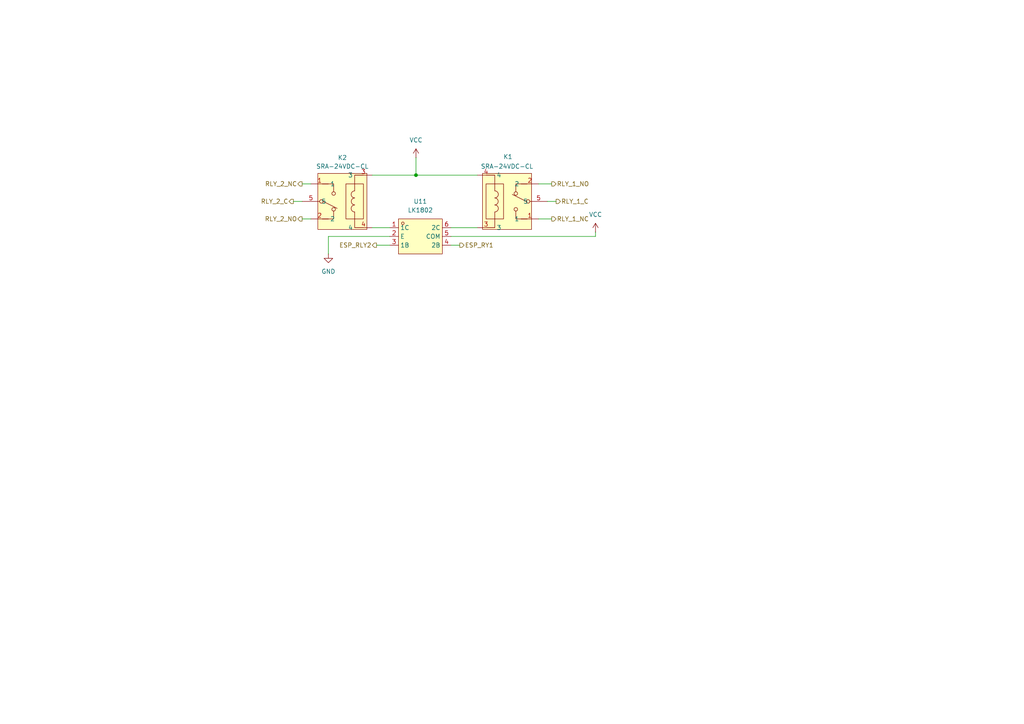
<source format=kicad_sch>
(kicad_sch (version 20250114) (generator "eeschema") (generator_version "9.0")
  (paper "A4")
  (lib_symbols
    (symbol "EasyEDA:GND" (power) (pin_numbers (hide yes)) (pin_names (offset 0) (hide yes))
      (property "Value" "GND" (at 0 -3.81 0))
      (symbol "GND_0_1"
        (polyline (pts (xy 0 0) (xy 0 -1.27) (xy 1.27 -1.27) (xy 0 -2.54) (xy -1.27 -1.27) (xy 0 -1.27)))
      )
      (symbol "GND_1_1"
        (pin power_in line (at 0 0 270) (length 0) (name "~") (number "1"))
      )
    )
    (symbol "EasyEDA:LK1802"
      (property "Reference" "U" (at 0 7.62 0))
      (property "Value" "LK1802" (at 0 -7.62 0))
      (symbol "LK1802_0_1"
        (rectangle (start -6.35 5.08) (end 6.35 -5.08) (fill (type background)))
        (circle (center -5.08 3.81) (radius 0.38))
        (pin unspecified line (at -8.89 2.54 0) (length 2.54) (name "1C") (number "1"))
        (pin unspecified line (at -8.89 0 0) (length 2.54) (name "E") (number "2"))
        (pin unspecified line (at -8.89 -2.54 0) (length 2.54) (name "1B") (number "3"))
        (pin unspecified line (at 8.89 2.54 180) (length 2.54) (name "2C") (number "6"))
        (pin unspecified line (at 8.89 0 180) (length 2.54) (name "COM") (number "5"))
        (pin unspecified line (at 8.89 -2.54 180) (length 2.54) (name "2B") (number "4"))
      )
    )
    (symbol "EasyEDA:SRA-24VDC-CL"
      (property "Reference" "K" (at 0 12.7 0))
      (property "Value" "SRA-24VDC-CL" (at 0 -12.7 0))
      (symbol "SRA-24VDC-CL_0_1"
        (rectangle (start -8.64 8.13) (end 5.59 -8.13) (fill (type background)))
        (rectangle (start -7.62 5.08) (end -2.54 -5.08) (fill (type background)))
        (arc (start -5.08 1.02) (mid -4.0979 0) (end -5.08 -1.02))
        (arc (start -5.08 3.05) (mid -4.0743 2.035) (end -5.08 1.02))
        (arc (start -5.08 -1.02) (mid -4.0743 -2.035) (end -5.08 -3.05))
        (polyline (pts (xy -5.08 3.05) (xy -5.08 7.62) (xy -7.62 7.62)))
        (polyline (pts (xy -5.08 -3.05) (xy -5.08 -7.62) (xy -7.62 -7.62)))
        (polyline (pts (xy 0 -2.03) (xy 4.06 0)))
        (polyline (pts (xy 1.02 2.79) (xy 1.02 5.08) (xy 4.32 5.08)))
        (circle (center 1.02 2.29) (radius 0.51))
        (circle (center 1.02 -2.29) (radius 0.51))
        (polyline (pts (xy 1.02 -2.79) (xy 1.02 -5.08) (xy 4.32 -5.08)))
        (circle (center 4.57 0) (radius 0.51))
        (pin unspecified line (at -10.16 7.62 0) (length 5.08) (name "3") (number "3"))
        (pin unspecified line (at -10.16 -7.62 0) (length 5.08) (name "4") (number "4"))
        (pin unspecified line (at 7.62 5.08 180) (length 5.08) (name "1") (number "1"))
        (pin unspecified line (at 7.62 -5.08 180) (length 5.08) (name "2") (number "2"))
        (pin unspecified line (at 10.16 0 180) (length 5.08) (name "5") (number "5"))
      )
    )
    (symbol "EasyEDA:VCC" (power) (pin_numbers (hide yes)) (pin_names (offset 0) (hide yes))
      (property "Value" "VCC" (at 0 3.556 0))
      (symbol "VCC_0_1"
        (polyline (pts (xy -0.762 1.27) (xy 0 2.54)))
        (polyline (pts (xy 0 2.54) (xy 0.762 1.27)))
        (polyline (pts (xy 0 0) (xy 0 2.54)))
      )
      (symbol "VCC_1_1"
        (pin power_in line (at 0 0 90) (length 0) (name "~") (number "1"))
      )
    )
  )
  (junction (at 120.65 50.8))
  (wire (pts (xy 130.81 66.04) (xy 138.43 66.04)))
  (wire (pts (xy 107.95 50.8) (xy 120.65 50.8)))
  (wire (pts (xy 95.25 68.58) (xy 95.25 73.66)))
  (wire (pts (xy 109.22 71.12) (xy 113.03 71.12)))
  (wire (pts (xy 160.02 63.5) (xy 156.21 63.5)))
  (wire (pts (xy 85.09 58.42) (xy 87.63 58.42)))
  (wire (pts (xy 120.65 50.8) (xy 138.43 50.8)))
  (wire (pts (xy 120.65 45.72) (xy 120.65 50.8)))
  (wire (pts (xy 130.81 68.58) (xy 172.72 68.58)))
  (wire (pts (xy 130.81 71.12) (xy 133.35 71.12)))
  (wire (pts (xy 172.72 67.31) (xy 172.72 68.58)))
  (wire (pts (xy 161.29 58.42) (xy 158.75 58.42)))
  (wire (pts (xy 160.02 53.34) (xy 156.21 53.34)))
  (wire (pts (xy 95.25 68.58) (xy 113.03 68.58)))
  (wire (pts (xy 90.17 53.34) (xy 87.63 53.34)))
  (wire (pts (xy 107.95 66.04) (xy 113.03 66.04)))
  (wire (pts (xy 87.63 63.5) (xy 90.17 63.5)))
  (hierarchical_label "RLY_2_C" (shape output) (at 85.09 58.42 180))
  (hierarchical_label "ESP_RLY2" (shape output) (at 109.22 71.12 180))
  (hierarchical_label "ESP_RY1" (shape output) (at 133.35 71.12 0))
  (hierarchical_label "RLY_2_NC" (shape output) (at 87.63 53.34 180))
  (hierarchical_label "RLY_1_NC" (shape output) (at 160.02 63.5 0))
  (hierarchical_label "RLY_1_C" (shape output) (at 161.29 58.42 0))
  (hierarchical_label "RLY_2_NO" (shape output) (at 87.63 63.5 180))
  (hierarchical_label "RLY_1_NO" (shape output) (at 160.02 53.34 0))
  (symbol (lib_id "EasyEDA:VCC") (at 172.72 67.31 0) (unit 1)
    (property "Reference" "#PWR047" (effects (hide yes)))
    (property "Value" "VCC" (at 172.72 62.23 0))
    (property "Description" "Power symbol creates a global label with name \"VCC\"" (effects (hide yes)))
  )
  (symbol (lib_id "EasyEDA:SRA-24VDC-CL") (at 97.79 58.42 0) (mirror y) (unit 1)
    (property "Reference" "K2" (at 99.315 45.72 0))
    (property "Value" "SRA-24VDC-CL" (at 99.315 48.26 0))
    (property "Footprint" "EasyEDA:RELAY-TH_SRA-X-CX" (effects (hide yes)))
    (property "Datasheet" "https://lcsc.com/product-detail/Relays_SRA-24VDC-CL_C127865.html" (effects (hide yes)))
    (property "LCSC Part" "C127865" (effects (hide yes)))
  )
  (symbol (lib_id "EasyEDA:GND") (at 95.25 73.66 0) (unit 1)
    (property "Reference" "#PWR045" (effects (hide yes)))
    (property "Value" "GND" (at 95.25 78.74 0))
    (property "Description" "Power symbol creates a global label with name \"GND\" , ground" (effects (hide yes)))
  )
  (symbol (lib_id "EasyEDA:VCC") (at 120.65 45.72 0) (unit 1)
    (property "Reference" "#PWR046" (effects (hide yes)))
    (property "Value" "VCC" (at 120.65 40.64 0))
    (property "Description" "Power symbol creates a global label with name \"VCC\"" (effects (hide yes)))
  )
  (symbol (lib_id "EasyEDA:LK1802") (at 121.92 68.58 0) (unit 1)
    (property "Reference" "U11" (at 121.92 58.42 0))
    (property "Value" "LK1802" (at 121.92 60.96 0))
    (property "Footprint" "EasyEDA:SOT-23-6_L2.9-W1.6-P0.95-LS2.8-BR" (effects (hide yes)))
    (property "LCSC Part" "C2984831" (effects (hide yes)))
  )
  (symbol (lib_id "EasyEDA:SRA-24VDC-CL") (at 148.59 58.42 0) (mirror x) (unit 1)
    (property "Reference" "K1" (at 147.32 45.466 0))
    (property "Value" "SRA-24VDC-CL" (at 147.066 48.26 0))
    (property "Footprint" "EasyEDA:RELAY-TH_SRA-X-CX" (effects (hide yes)))
    (property "Datasheet" "https://lcsc.com/product-detail/Relays_SRA-24VDC-CL_C127865.html" (effects (hide yes)))
    (property "LCSC Part" "C127865" (effects (hide yes)))
  )
)
</source>
